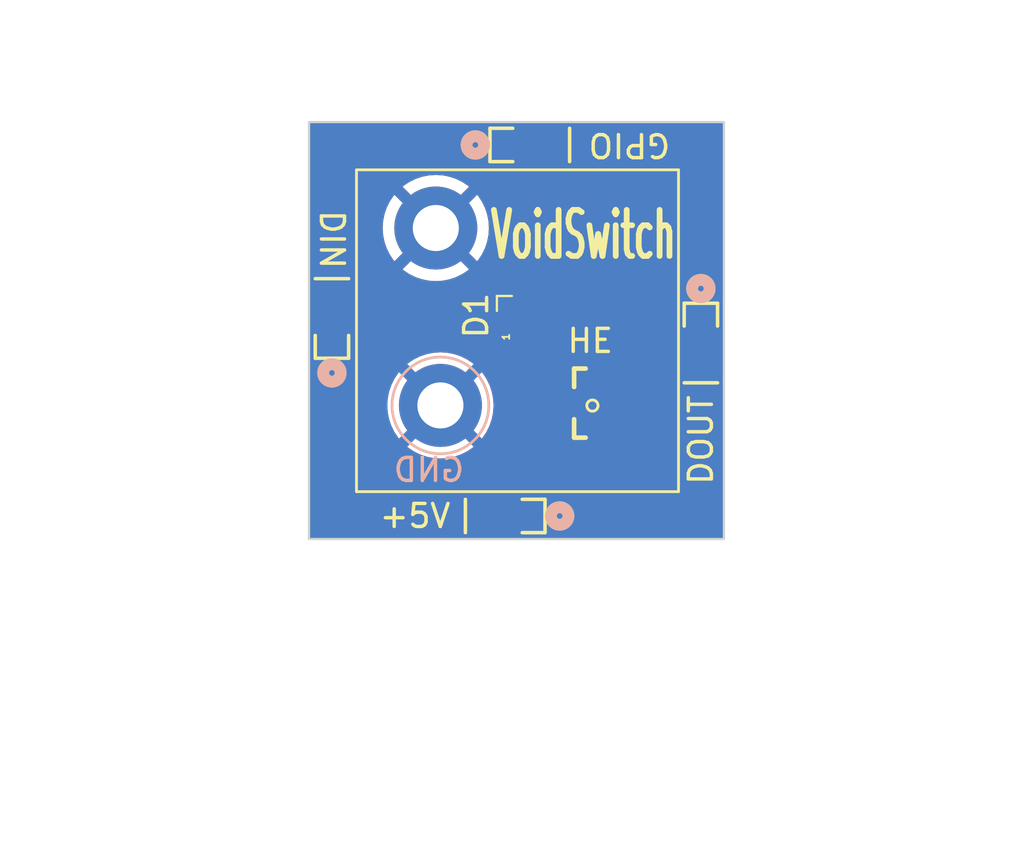
<source format=kicad_pcb>
(kicad_pcb (version 20221018) (generator pcbnew)
  (layers (0 "F.Cu" signal) (31 "B.Cu" signal) (34 "B.Paste" user) (35 "F.Paste" user) (36 "B.SilkS" user "B.Silkscreen") (37 "F.SilkS" user "F.Silkscreen") (38 "B.Mask" user) (39 "F.Mask" user) (44 "Edge.Cuts" user))
  (net 0 "")
  (net 1 "+5V")
  (net 2 "/DOUT")
  (net 3 "GND")
  (net 4 "/DIN")
  (net 5 "/GPIO")
  (footprint "PressureConnectors:CONN2_IPS-4102T_IRE" (layer "F.Cu") (at 148.0362 104.7)
    (fp_text reference "+5V" (at -4.0362 0) (layer "F.SilkS"))
    (fp_text value "IPS-4102T-01Y900")
    (fp_circle (center 2.2372 0) (end 2.6182 0) (stroke (width 0.508)) (fill none) (layer "B.SilkS"))
    (fp_line (start -1.8522 -0.7239) (end -1.8522 0.7239) (stroke (width 0.1524)) (layer "F.SilkS"))
    (fp_line (start 0.612351 0.7239) (end 1.6022 0.7239) (stroke (width 0.1524)) (layer "F.SilkS"))
    (fp_line (start 1.6022 -0.7239) (end 0.612351 -0.7239) (stroke (width 0.1524)) (layer "F.SilkS"))
    (fp_line (start 1.6022 0.7239) (end 1.6022 -0.7239) (stroke (width 0.1524)) (layer "F.SilkS"))
    (fp_circle (center 2.2372 0) (end 2.6182 0) (stroke (width 0.508)) (fill none) (layer "F.SilkS"))
    (pad "1" smd rect (at 0.000001 0) (size 0.6096 1.1938) (layers "F.Cu" "F.Paste" "F.Mask") (net 1 "+5V"))
    (pad "2" smd rect (at -1.099999 0) (size 0.6096 1.1938) (layers "F.Cu" "F.Paste" "F.Mask") (net 1 "+5V"))
  )
  (footprint "PressureConnectors:CONN2_IPS-4102T_IRE" (layer "F.Cu") (at 140.3936 96.2503 -90)
    (fp_text reference "DIN" (at -3.5503 0 -90 unlocked) (layer "F.SilkS"))
    (fp_text value "IPS-4102T-01Y900")
    (fp_circle (center 2.2372 0) (end 2.6182 0) (stroke (width 0.508)) (fill none) (layer "B.SilkS"))
    (fp_line (start -1.8522 -0.7239) (end -1.8522 0.7239) (stroke (width 0.1524)) (layer "F.SilkS"))
    (fp_line (start 0.612351 0.7239) (end 1.6022 0.7239) (stroke (width 0.1524)) (layer "F.SilkS"))
    (fp_line (start 1.6022 -0.7239) (end 0.612351 -0.7239) (stroke (width 0.1524)) (layer "F.SilkS"))
    (fp_line (start 1.6022 0.7239) (end 1.6022 -0.7239) (stroke (width 0.1524)) (layer "F.SilkS"))
    (fp_circle (center 2.2372 0) (end 2.6182 0) (stroke (width 0.508)) (fill none) (layer "F.SilkS"))
    (pad "1" smd rect (at 0.000001 0 270) (size 0.6096 1.1938) (layers "F.Cu" "F.Paste" "F.Mask") (net 4 "/DIN"))
    (pad "2" smd rect (at -1.099999 0 270) (size 0.6096 1.1938) (layers "F.Cu" "F.Paste" "F.Mask") (net 4 "/DIN"))
  )
  (footprint "PressureConnectors:CONN2_IPS-4102T_IRE" (layer "F.Cu") (at 156.4 97.0671 90)
    (fp_text reference "DOUT" (at -4.3329 0 90 unlocked) (layer "F.SilkS"))
    (fp_text value "IPS-4102T-01Y900" hide)
    (fp_circle (center 2.2372 0) (end 2.6182 0) (stroke (width 0.508)) (fill none) (layer "B.SilkS"))
    (fp_line (start -1.8522 -0.7239) (end -1.8522 0.7239) (stroke (width 0.1524)) (layer "F.SilkS"))
    (fp_line (start 0.612351 0.7239) (end 1.6022 0.7239) (stroke (width 0.1524)) (layer "F.SilkS"))
    (fp_line (start 1.6022 -0.7239) (end 0.612351 -0.7239) (stroke (width 0.1524)) (layer "F.SilkS"))
    (fp_line (start 1.6022 0.7239) (end 1.6022 -0.7239) (stroke (width 0.1524)) (layer "F.SilkS"))
    (fp_circle (center 2.2372 0) (end 2.6182 0) (stroke (width 0.508)) (fill none) (layer "F.SilkS"))
    (pad "1" smd rect (at 0.000001 0 90) (size 0.6096 1.1938) (layers "F.Cu" "F.Paste" "F.Mask") (net 2 "/DOUT"))
    (pad "2" smd rect (at -1.099999 0 90) (size 0.6096 1.1938) (layers "F.Cu" "F.Paste" "F.Mask") (net 2 "/DOUT"))
  )
  (footprint "PressureConnectors:CONN2_IPS-4102T_IRE" (layer "F.Cu") (at 148.853 88.5935 180)
    (fp_text reference "GPIO" (at -4.447 -0.0065 180 unlocked) (layer "F.SilkS"))
    (fp_text value "IPS-4102T-01Y900")
    (fp_circle (center 2.2372 0) (end 2.6182 0) (stroke (width 0.508)) (fill none) (layer "B.SilkS"))
    (fp_line (start -1.8522 -0.7239) (end -1.8522 0.7239) (stroke (width 0.1524)) (layer "F.SilkS"))
    (fp_line (start 0.612351 0.7239) (end 1.6022 0.7239) (stroke (width 0.1524)) (layer "F.SilkS"))
    (fp_line (start 1.6022 -0.7239) (end 0.612351 -0.7239) (stroke (width 0.1524)) (layer "F.SilkS"))
    (fp_line (start 1.6022 0.7239) (end 1.6022 -0.7239) (stroke (width 0.1524)) (layer "F.SilkS"))
    (fp_circle (center 2.2372 0) (end 2.6182 0) (stroke (width 0.508)) (fill none) (layer "F.SilkS"))
    (pad "1" smd rect (at 0.000001 0 180) (size 0.6096 1.1938) (layers "F.Cu" "F.Paste" "F.Mask") (net 5 "/GPIO"))
    (pad "2" smd rect (at -1.099999 0 180) (size 0.6096 1.1938) (layers "F.Cu" "F.Paste" "F.Mask") (net 5 "/GPIO"))
  )
  (footprint "DRV5032FB:DBZ0003A_L" (layer "F.Cu") (at 151.6 99.8 180)
    (fp_text reference "HE" hide)
    (fp_text value "DRV5032FBDBZR")
    (fp_text user "HE" (at 0 2.7 180) (layer "F.SilkS"))
    (fp_line (start 0.200002 -1.5) (end 0.700001 -1.5) (stroke (width 0.2)) (layer "F.SilkS"))
    (fp_line (start 0.200002 1.5) (end 0.700001 1.5) (stroke (width 0.2)) (layer "F.SilkS"))
    (fp_line (start 0.700001 -0.700001) (end 0.700001 -1.5) (stroke (width 0.2)) (layer "F.SilkS"))
    (fp_line (start 0.700001 1.5) (end 0.700001 0.699999) (stroke (width 0.2)) (layer "F.SilkS"))
    (pad "1" smd rect (at -1.1 -0.950001 270) (size 0.549999 0.800001) (layers "F.Cu" "F.Paste" "F.Mask") (net 1 "+5V"))
    (pad "2" smd rect (at -1.1 0.949998 270) (size 0.549999 0.800001) (layers "F.Cu" "F.Paste" "F.Mask") (net 5 "/GPIO"))
    (pad "3" smd rect (at 1.1 0 270) (size 0.549999 0.800001) (layers "F.Cu" "F.Paste" "F.Mask") (net 3 "GND"))
  )
  (footprint "Void_Switch:VoidSwitch_1u_SMD" (layer "F.Cu") (at 148.4446 96.6587)
    (fp_text reference "AM0:1" hide)
    (fp_text value "VoidSwitch")
    (fp_text user "${VALUE}" (at 2.8554 -4.1587) (layer "F.SilkS") (effects (font (size 2 1) (thickness 0.25))))
    (fp_line (start -6.985 -6.985) (end 6.985 -6.985) (stroke (width 0.12)) (layer "F.SilkS"))
    (fp_line (start -6.985 6.985) (end -6.985 -6.985) (stroke (width 0.12)) (layer "F.SilkS"))
    (fp_line (start 6.985 -6.985) (end 6.985 6.985) (stroke (width 0.12)) (layer "F.SilkS"))
    (fp_line (start 6.985 6.985) (end -6.985 6.985) (stroke (width 0.12)) (layer "F.SilkS"))
    (fp_circle (center 3.25 3.25) (end 3.493778 3.25) (stroke (width 0.125)) (fill none) (layer "F.SilkS"))
  )
  (footprint "LED_SMD:LED_SK6812_EC15_1.5x1.5mm" (layer "F.Cu") (at 148.4 96 90)
    (fp_text reference "D1" (at 0 -1.75 90) (layer "F.SilkS"))
    (fp_text value "WS2812B")
    (fp_text user "1" (at -0.925 -0.45 90) (layer "F.SilkS") (effects (font (size 0.3 0.3) (thickness 0.075))))
    (fp_line (start 0.85 -0.85) (end 0.2 -0.85) (stroke (width 0.1)) (layer "F.SilkS"))
    (fp_line (start 0.85 -0.2) (end 0.85 -0.85) (stroke (width 0.1)) (layer "F.SilkS"))
    (pad "1" smd rect (at -0.45 -0.45 90) (size 0.5 0.5) (layers "F.Cu" "F.Paste" "F.Mask") (net 1 "+5V"))
    (pad "2" smd rect (at -0.45 0.45 90) (size 0.5 0.5) (layers "F.Cu" "F.Paste" "F.Mask") (net 2 "/DOUT"))
    (pad "3" smd rect (at 0.45 0.45 90) (size 0.5 0.5) (layers "F.Cu" "F.Paste" "F.Mask") (net 3 "GND"))
    (pad "4" smd rect (at 0.45 -0.45 90) (size 0.5 0.5) (layers "F.Cu" "F.Paste" "F.Mask") (net 4 "/DIN"))
  )
  (footprint "" (layer "F.Cu") (at 144.9 92.2)
    (fp_text reference "" (at 0 0) (layer "F.SilkS") (effects (font (size 1.27 1.27))))
    (fp_text value "" (at 0 0) (layer "F.SilkS") (effects (font (size 1.27 1.27))))
    (pad "1" thru_hole circle (at 0 0 180) (size 3.6 3.6) (drill 2) (layers "*.Cu" "*.Mask") (net 3 "GND"))
  )
  (footprint "TestPoint:TestPoint_Loop_D3.80mm_Drill2.0mm" (layer "B.Cu") (at 145.1 99.9 180)
    (fp_text reference "GND" (at 0.5 -2.8) (layer "B.SilkS") (effects (justify mirror)))
    (fp_text value "TestPoint")
    (fp_circle (center 0 0) (end 2.1 0) (stroke (width 0.12)) (fill none) (layer "B.SilkS"))
    (pad "1" thru_hole circle (at 0 0 180) (size 3.6 3.6) (drill 2) (layers "*.Cu" "*.Mask") (net 3 "GND"))
  )
  (gr_rect (start 139.4 87.6) (end 157.4 105.7) (stroke (width 0.1)) (fill none) (layer "Edge.Cuts"))
  (segment (start 148.0362 104.7) (end 148.6679 104.7) (width 0.25) (layer "F.Cu") (net 1))
  (segment (start 152.016 101.3519) (end 148.6679 104.7) (width 0.25) (layer "F.Cu") (net 1))
  (segment (start 147.95 97.0269) (end 148.9769 97.0269) (width 0.25) (layer "F.Cu") (net 1))
  (segment (start 148.9769 97.0269) (end 152.0981 100.1481) (width 0.25) (layer "F.Cu") (net 1))
  (segment (start 147.95 96.45) (end 147.95 97.0269) (width 0.25) (layer "F.Cu") (net 1))
  (segment (start 152.7 100.75) (end 152.7 100.1481) (width 0.25) (layer "F.Cu") (net 1))
  (segment (start 152.7 101.3519) (end 152.016 101.3519) (width 0.25) (layer "F.Cu") (net 1))
  (segment (start 152.0981 100.1481) (end 152.7 100.1481) (width 0.25) (layer "F.Cu") (net 1))
  (segment (start 152.7 100.75) (end 152.7 101.3519) (width 0.25) (layer "F.Cu") (net 1))
  (segment (start 146.9362 104.7) (end 148.0362 104.7) (width 0.25) (layer "F.Cu") (net 1))
  (segment (start 152.1404 99.4519) (end 149.4269 96.7384) (width 0.25) (layer "F.Cu") (net 2))
  (segment (start 148.85 96.45) (end 149.4269 96.45) (width 0.25) (layer "F.Cu") (net 2))
  (segment (start 156.4 98.4829) (end 156.4 98.7988) (width 0.25) (layer "F.Cu") (net 2))
  (segment (start 156.4 98.4829) (end 156.4 98.1671) (width 0.25) (layer "F.Cu") (net 2))
  (segment (start 149.4269 96.7384) (end 149.4269 96.45) (width 0.25) (layer "F.Cu") (net 2))
  (segment (start 155.7469 99.4519) (end 152.1404 99.4519) (width 0.25) (layer "F.Cu") (net 2))
  (segment (start 156.4 98.7988) (end 155.7469 99.4519) (width 0.25) (layer "F.Cu") (net 2))
  (segment (start 156.4 98.1671) (end 156.4 97.0671) (width 0.25) (layer "F.Cu") (net 2))
  (segment (start 147.95 95.55) (end 141.3174 95.55) (width 0.25) (layer "F.Cu") (net 4))
  (segment (start 140.4622 95.55) (end 140.3936 95.6186) (width 0.25) (layer "F.Cu") (net 4))
  (segment (start 141.3174 95.55) (end 140.4622 95.55) (width 0.25) (layer "F.Cu") (net 4))
  (segment (start 140.3936 95.1503) (end 141.3174 95.1503) (width 0.25) (layer "F.Cu") (net 4))
  (segment (start 140.3936 96.2503) (end 140.3936 95.6186) (width 0.25) (layer "F.Cu") (net 4))
  (segment (start 141.3174 95.55) (end 141.3174 95.1503) (width 0.25) (layer "F.Cu") (net 4))
  (segment (start 152.7 98.85) (end 152.7 90.7088) (width 0.25) (layer "F.Cu") (net 5))
  (segment (start 150.2689 88.5935) (end 149.953 88.5935) (width 0.25) (layer "F.Cu") (net 5))
  (segment (start 150.2689 88.5935) (end 150.5847 88.5935) (width 0.25) (layer "F.Cu") (net 5))
  (segment (start 149.953 88.5935) (end 148.853 88.5935) (width 0.25) (layer "F.Cu") (net 5))
  (segment (start 152.7 90.7088) (end 150.5847 88.5935) (width 0.25) (layer "F.Cu") (net 5))
  (zone (net 3) (net_name "GND") (layers "F&B.Cu") (connect_pads (clearance 0.5)) (min_thickness 0.25) (fill yes (thermal_gap 0.5) (thermal_bridge_width 0.5))
    (polygon (pts (xy 135 83) (xy 163.3 83) (xy 163.3 113.6) (xy 135 113.6)))
  )
)
</source>
